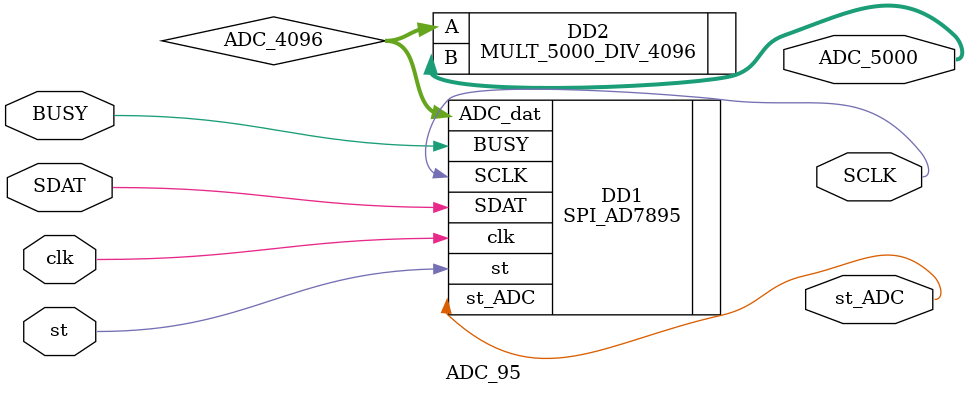
<source format=v>
`include "SPI_AD7895.v"
`include "MULT_5000_DIV_4096.v"

module ADC_95(input clk,  output wire [11:0]ADC_5000, //ADC_5000=(Uin/5.000V)*5000
              input SDAT, output wire st_ADC, //Convst
              input st,   output wire SCLK, //Импульсы синхронизации
              input BUSY);

  wire [11:0]ADC_4096 ;//ADC_4096=(Uin/4.096V)*4096

  SPI_AD7895 DD1 (.clk(clk), .SCLK(SCLK),
                  .st(st),   .st_ADC(st_ADC),
                  .SDAT(SDAT), .ADC_dat(ADC_4096),
                  .BUSY(BUSY));

  MULT_5000_DIV_4096 DD2 (.A(ADC_4096), .B(ADC_5000));//B=(A*5000)/4096
endmodule
</source>
